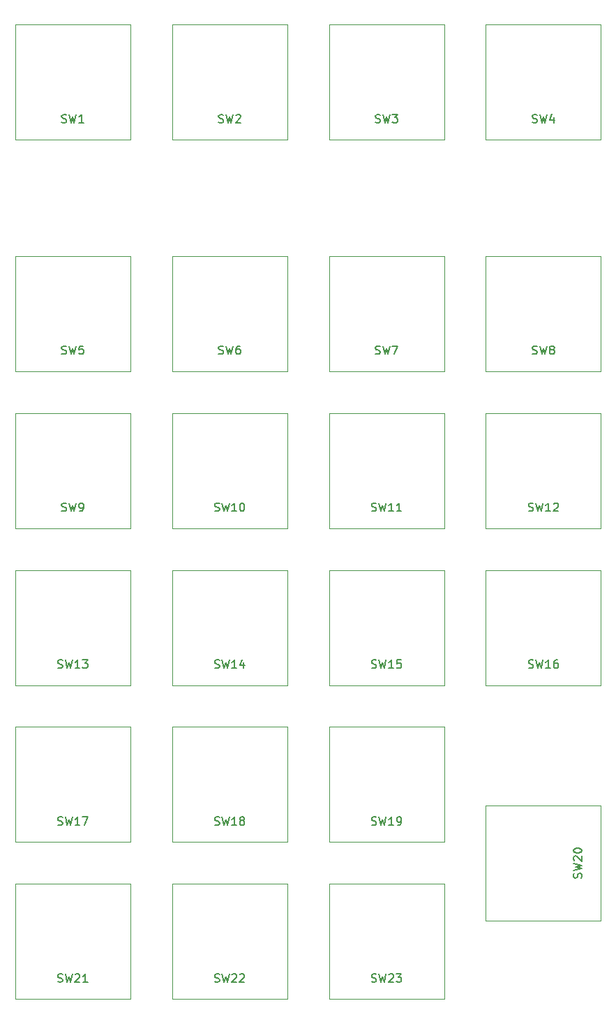
<source format=gbr>
%TF.GenerationSoftware,KiCad,Pcbnew,7.0.2*%
%TF.CreationDate,2023-09-28T02:32:06+09:00*%
%TF.ProjectId,HT-Keys-TK_PCB,48542d4b-6579-4732-9d54-4b5f5043422e,rev?*%
%TF.SameCoordinates,Original*%
%TF.FileFunction,Legend,Top*%
%TF.FilePolarity,Positive*%
%FSLAX46Y46*%
G04 Gerber Fmt 4.6, Leading zero omitted, Abs format (unit mm)*
G04 Created by KiCad (PCBNEW 7.0.2) date 2023-09-28 02:32:06*
%MOMM*%
%LPD*%
G01*
G04 APERTURE LIST*
%ADD10C,0.150000*%
%ADD11C,0.120000*%
G04 APERTURE END LIST*
D10*
%TO.C,SW13*%
X78160476Y-140695000D02*
X78303333Y-140742619D01*
X78303333Y-140742619D02*
X78541428Y-140742619D01*
X78541428Y-140742619D02*
X78636666Y-140695000D01*
X78636666Y-140695000D02*
X78684285Y-140647380D01*
X78684285Y-140647380D02*
X78731904Y-140552142D01*
X78731904Y-140552142D02*
X78731904Y-140456904D01*
X78731904Y-140456904D02*
X78684285Y-140361666D01*
X78684285Y-140361666D02*
X78636666Y-140314047D01*
X78636666Y-140314047D02*
X78541428Y-140266428D01*
X78541428Y-140266428D02*
X78350952Y-140218809D01*
X78350952Y-140218809D02*
X78255714Y-140171190D01*
X78255714Y-140171190D02*
X78208095Y-140123571D01*
X78208095Y-140123571D02*
X78160476Y-140028333D01*
X78160476Y-140028333D02*
X78160476Y-139933095D01*
X78160476Y-139933095D02*
X78208095Y-139837857D01*
X78208095Y-139837857D02*
X78255714Y-139790238D01*
X78255714Y-139790238D02*
X78350952Y-139742619D01*
X78350952Y-139742619D02*
X78589047Y-139742619D01*
X78589047Y-139742619D02*
X78731904Y-139790238D01*
X79065238Y-139742619D02*
X79303333Y-140742619D01*
X79303333Y-140742619D02*
X79493809Y-140028333D01*
X79493809Y-140028333D02*
X79684285Y-140742619D01*
X79684285Y-140742619D02*
X79922381Y-139742619D01*
X80827142Y-140742619D02*
X80255714Y-140742619D01*
X80541428Y-140742619D02*
X80541428Y-139742619D01*
X80541428Y-139742619D02*
X80446190Y-139885476D01*
X80446190Y-139885476D02*
X80350952Y-139980714D01*
X80350952Y-139980714D02*
X80255714Y-140028333D01*
X81160476Y-139742619D02*
X81779523Y-139742619D01*
X81779523Y-139742619D02*
X81446190Y-140123571D01*
X81446190Y-140123571D02*
X81589047Y-140123571D01*
X81589047Y-140123571D02*
X81684285Y-140171190D01*
X81684285Y-140171190D02*
X81731904Y-140218809D01*
X81731904Y-140218809D02*
X81779523Y-140314047D01*
X81779523Y-140314047D02*
X81779523Y-140552142D01*
X81779523Y-140552142D02*
X81731904Y-140647380D01*
X81731904Y-140647380D02*
X81684285Y-140695000D01*
X81684285Y-140695000D02*
X81589047Y-140742619D01*
X81589047Y-140742619D02*
X81303333Y-140742619D01*
X81303333Y-140742619D02*
X81208095Y-140695000D01*
X81208095Y-140695000D02*
X81160476Y-140647380D01*
%TO.C,SW8*%
X135756667Y-102615000D02*
X135899524Y-102662619D01*
X135899524Y-102662619D02*
X136137619Y-102662619D01*
X136137619Y-102662619D02*
X136232857Y-102615000D01*
X136232857Y-102615000D02*
X136280476Y-102567380D01*
X136280476Y-102567380D02*
X136328095Y-102472142D01*
X136328095Y-102472142D02*
X136328095Y-102376904D01*
X136328095Y-102376904D02*
X136280476Y-102281666D01*
X136280476Y-102281666D02*
X136232857Y-102234047D01*
X136232857Y-102234047D02*
X136137619Y-102186428D01*
X136137619Y-102186428D02*
X135947143Y-102138809D01*
X135947143Y-102138809D02*
X135851905Y-102091190D01*
X135851905Y-102091190D02*
X135804286Y-102043571D01*
X135804286Y-102043571D02*
X135756667Y-101948333D01*
X135756667Y-101948333D02*
X135756667Y-101853095D01*
X135756667Y-101853095D02*
X135804286Y-101757857D01*
X135804286Y-101757857D02*
X135851905Y-101710238D01*
X135851905Y-101710238D02*
X135947143Y-101662619D01*
X135947143Y-101662619D02*
X136185238Y-101662619D01*
X136185238Y-101662619D02*
X136328095Y-101710238D01*
X136661429Y-101662619D02*
X136899524Y-102662619D01*
X136899524Y-102662619D02*
X137090000Y-101948333D01*
X137090000Y-101948333D02*
X137280476Y-102662619D01*
X137280476Y-102662619D02*
X137518572Y-101662619D01*
X138042381Y-102091190D02*
X137947143Y-102043571D01*
X137947143Y-102043571D02*
X137899524Y-101995952D01*
X137899524Y-101995952D02*
X137851905Y-101900714D01*
X137851905Y-101900714D02*
X137851905Y-101853095D01*
X137851905Y-101853095D02*
X137899524Y-101757857D01*
X137899524Y-101757857D02*
X137947143Y-101710238D01*
X137947143Y-101710238D02*
X138042381Y-101662619D01*
X138042381Y-101662619D02*
X138232857Y-101662619D01*
X138232857Y-101662619D02*
X138328095Y-101710238D01*
X138328095Y-101710238D02*
X138375714Y-101757857D01*
X138375714Y-101757857D02*
X138423333Y-101853095D01*
X138423333Y-101853095D02*
X138423333Y-101900714D01*
X138423333Y-101900714D02*
X138375714Y-101995952D01*
X138375714Y-101995952D02*
X138328095Y-102043571D01*
X138328095Y-102043571D02*
X138232857Y-102091190D01*
X138232857Y-102091190D02*
X138042381Y-102091190D01*
X138042381Y-102091190D02*
X137947143Y-102138809D01*
X137947143Y-102138809D02*
X137899524Y-102186428D01*
X137899524Y-102186428D02*
X137851905Y-102281666D01*
X137851905Y-102281666D02*
X137851905Y-102472142D01*
X137851905Y-102472142D02*
X137899524Y-102567380D01*
X137899524Y-102567380D02*
X137947143Y-102615000D01*
X137947143Y-102615000D02*
X138042381Y-102662619D01*
X138042381Y-102662619D02*
X138232857Y-102662619D01*
X138232857Y-102662619D02*
X138328095Y-102615000D01*
X138328095Y-102615000D02*
X138375714Y-102567380D01*
X138375714Y-102567380D02*
X138423333Y-102472142D01*
X138423333Y-102472142D02*
X138423333Y-102281666D01*
X138423333Y-102281666D02*
X138375714Y-102186428D01*
X138375714Y-102186428D02*
X138328095Y-102138809D01*
X138328095Y-102138809D02*
X138232857Y-102091190D01*
%TO.C,SW17*%
X78160476Y-159735000D02*
X78303333Y-159782619D01*
X78303333Y-159782619D02*
X78541428Y-159782619D01*
X78541428Y-159782619D02*
X78636666Y-159735000D01*
X78636666Y-159735000D02*
X78684285Y-159687380D01*
X78684285Y-159687380D02*
X78731904Y-159592142D01*
X78731904Y-159592142D02*
X78731904Y-159496904D01*
X78731904Y-159496904D02*
X78684285Y-159401666D01*
X78684285Y-159401666D02*
X78636666Y-159354047D01*
X78636666Y-159354047D02*
X78541428Y-159306428D01*
X78541428Y-159306428D02*
X78350952Y-159258809D01*
X78350952Y-159258809D02*
X78255714Y-159211190D01*
X78255714Y-159211190D02*
X78208095Y-159163571D01*
X78208095Y-159163571D02*
X78160476Y-159068333D01*
X78160476Y-159068333D02*
X78160476Y-158973095D01*
X78160476Y-158973095D02*
X78208095Y-158877857D01*
X78208095Y-158877857D02*
X78255714Y-158830238D01*
X78255714Y-158830238D02*
X78350952Y-158782619D01*
X78350952Y-158782619D02*
X78589047Y-158782619D01*
X78589047Y-158782619D02*
X78731904Y-158830238D01*
X79065238Y-158782619D02*
X79303333Y-159782619D01*
X79303333Y-159782619D02*
X79493809Y-159068333D01*
X79493809Y-159068333D02*
X79684285Y-159782619D01*
X79684285Y-159782619D02*
X79922381Y-158782619D01*
X80827142Y-159782619D02*
X80255714Y-159782619D01*
X80541428Y-159782619D02*
X80541428Y-158782619D01*
X80541428Y-158782619D02*
X80446190Y-158925476D01*
X80446190Y-158925476D02*
X80350952Y-159020714D01*
X80350952Y-159020714D02*
X80255714Y-159068333D01*
X81160476Y-158782619D02*
X81827142Y-158782619D01*
X81827142Y-158782619D02*
X81398571Y-159782619D01*
%TO.C,SW2*%
X97676667Y-74535000D02*
X97819524Y-74582619D01*
X97819524Y-74582619D02*
X98057619Y-74582619D01*
X98057619Y-74582619D02*
X98152857Y-74535000D01*
X98152857Y-74535000D02*
X98200476Y-74487380D01*
X98200476Y-74487380D02*
X98248095Y-74392142D01*
X98248095Y-74392142D02*
X98248095Y-74296904D01*
X98248095Y-74296904D02*
X98200476Y-74201666D01*
X98200476Y-74201666D02*
X98152857Y-74154047D01*
X98152857Y-74154047D02*
X98057619Y-74106428D01*
X98057619Y-74106428D02*
X97867143Y-74058809D01*
X97867143Y-74058809D02*
X97771905Y-74011190D01*
X97771905Y-74011190D02*
X97724286Y-73963571D01*
X97724286Y-73963571D02*
X97676667Y-73868333D01*
X97676667Y-73868333D02*
X97676667Y-73773095D01*
X97676667Y-73773095D02*
X97724286Y-73677857D01*
X97724286Y-73677857D02*
X97771905Y-73630238D01*
X97771905Y-73630238D02*
X97867143Y-73582619D01*
X97867143Y-73582619D02*
X98105238Y-73582619D01*
X98105238Y-73582619D02*
X98248095Y-73630238D01*
X98581429Y-73582619D02*
X98819524Y-74582619D01*
X98819524Y-74582619D02*
X99010000Y-73868333D01*
X99010000Y-73868333D02*
X99200476Y-74582619D01*
X99200476Y-74582619D02*
X99438572Y-73582619D01*
X99771905Y-73677857D02*
X99819524Y-73630238D01*
X99819524Y-73630238D02*
X99914762Y-73582619D01*
X99914762Y-73582619D02*
X100152857Y-73582619D01*
X100152857Y-73582619D02*
X100248095Y-73630238D01*
X100248095Y-73630238D02*
X100295714Y-73677857D01*
X100295714Y-73677857D02*
X100343333Y-73773095D01*
X100343333Y-73773095D02*
X100343333Y-73868333D01*
X100343333Y-73868333D02*
X100295714Y-74011190D01*
X100295714Y-74011190D02*
X99724286Y-74582619D01*
X99724286Y-74582619D02*
X100343333Y-74582619D01*
%TO.C,SW22*%
X97200476Y-178775000D02*
X97343333Y-178822619D01*
X97343333Y-178822619D02*
X97581428Y-178822619D01*
X97581428Y-178822619D02*
X97676666Y-178775000D01*
X97676666Y-178775000D02*
X97724285Y-178727380D01*
X97724285Y-178727380D02*
X97771904Y-178632142D01*
X97771904Y-178632142D02*
X97771904Y-178536904D01*
X97771904Y-178536904D02*
X97724285Y-178441666D01*
X97724285Y-178441666D02*
X97676666Y-178394047D01*
X97676666Y-178394047D02*
X97581428Y-178346428D01*
X97581428Y-178346428D02*
X97390952Y-178298809D01*
X97390952Y-178298809D02*
X97295714Y-178251190D01*
X97295714Y-178251190D02*
X97248095Y-178203571D01*
X97248095Y-178203571D02*
X97200476Y-178108333D01*
X97200476Y-178108333D02*
X97200476Y-178013095D01*
X97200476Y-178013095D02*
X97248095Y-177917857D01*
X97248095Y-177917857D02*
X97295714Y-177870238D01*
X97295714Y-177870238D02*
X97390952Y-177822619D01*
X97390952Y-177822619D02*
X97629047Y-177822619D01*
X97629047Y-177822619D02*
X97771904Y-177870238D01*
X98105238Y-177822619D02*
X98343333Y-178822619D01*
X98343333Y-178822619D02*
X98533809Y-178108333D01*
X98533809Y-178108333D02*
X98724285Y-178822619D01*
X98724285Y-178822619D02*
X98962381Y-177822619D01*
X99295714Y-177917857D02*
X99343333Y-177870238D01*
X99343333Y-177870238D02*
X99438571Y-177822619D01*
X99438571Y-177822619D02*
X99676666Y-177822619D01*
X99676666Y-177822619D02*
X99771904Y-177870238D01*
X99771904Y-177870238D02*
X99819523Y-177917857D01*
X99819523Y-177917857D02*
X99867142Y-178013095D01*
X99867142Y-178013095D02*
X99867142Y-178108333D01*
X99867142Y-178108333D02*
X99819523Y-178251190D01*
X99819523Y-178251190D02*
X99248095Y-178822619D01*
X99248095Y-178822619D02*
X99867142Y-178822619D01*
X100248095Y-177917857D02*
X100295714Y-177870238D01*
X100295714Y-177870238D02*
X100390952Y-177822619D01*
X100390952Y-177822619D02*
X100629047Y-177822619D01*
X100629047Y-177822619D02*
X100724285Y-177870238D01*
X100724285Y-177870238D02*
X100771904Y-177917857D01*
X100771904Y-177917857D02*
X100819523Y-178013095D01*
X100819523Y-178013095D02*
X100819523Y-178108333D01*
X100819523Y-178108333D02*
X100771904Y-178251190D01*
X100771904Y-178251190D02*
X100200476Y-178822619D01*
X100200476Y-178822619D02*
X100819523Y-178822619D01*
%TO.C,SW4*%
X135756667Y-74535000D02*
X135899524Y-74582619D01*
X135899524Y-74582619D02*
X136137619Y-74582619D01*
X136137619Y-74582619D02*
X136232857Y-74535000D01*
X136232857Y-74535000D02*
X136280476Y-74487380D01*
X136280476Y-74487380D02*
X136328095Y-74392142D01*
X136328095Y-74392142D02*
X136328095Y-74296904D01*
X136328095Y-74296904D02*
X136280476Y-74201666D01*
X136280476Y-74201666D02*
X136232857Y-74154047D01*
X136232857Y-74154047D02*
X136137619Y-74106428D01*
X136137619Y-74106428D02*
X135947143Y-74058809D01*
X135947143Y-74058809D02*
X135851905Y-74011190D01*
X135851905Y-74011190D02*
X135804286Y-73963571D01*
X135804286Y-73963571D02*
X135756667Y-73868333D01*
X135756667Y-73868333D02*
X135756667Y-73773095D01*
X135756667Y-73773095D02*
X135804286Y-73677857D01*
X135804286Y-73677857D02*
X135851905Y-73630238D01*
X135851905Y-73630238D02*
X135947143Y-73582619D01*
X135947143Y-73582619D02*
X136185238Y-73582619D01*
X136185238Y-73582619D02*
X136328095Y-73630238D01*
X136661429Y-73582619D02*
X136899524Y-74582619D01*
X136899524Y-74582619D02*
X137090000Y-73868333D01*
X137090000Y-73868333D02*
X137280476Y-74582619D01*
X137280476Y-74582619D02*
X137518572Y-73582619D01*
X138328095Y-73915952D02*
X138328095Y-74582619D01*
X138090000Y-73535000D02*
X137851905Y-74249285D01*
X137851905Y-74249285D02*
X138470952Y-74249285D01*
%TO.C,SW3*%
X116716667Y-74535000D02*
X116859524Y-74582619D01*
X116859524Y-74582619D02*
X117097619Y-74582619D01*
X117097619Y-74582619D02*
X117192857Y-74535000D01*
X117192857Y-74535000D02*
X117240476Y-74487380D01*
X117240476Y-74487380D02*
X117288095Y-74392142D01*
X117288095Y-74392142D02*
X117288095Y-74296904D01*
X117288095Y-74296904D02*
X117240476Y-74201666D01*
X117240476Y-74201666D02*
X117192857Y-74154047D01*
X117192857Y-74154047D02*
X117097619Y-74106428D01*
X117097619Y-74106428D02*
X116907143Y-74058809D01*
X116907143Y-74058809D02*
X116811905Y-74011190D01*
X116811905Y-74011190D02*
X116764286Y-73963571D01*
X116764286Y-73963571D02*
X116716667Y-73868333D01*
X116716667Y-73868333D02*
X116716667Y-73773095D01*
X116716667Y-73773095D02*
X116764286Y-73677857D01*
X116764286Y-73677857D02*
X116811905Y-73630238D01*
X116811905Y-73630238D02*
X116907143Y-73582619D01*
X116907143Y-73582619D02*
X117145238Y-73582619D01*
X117145238Y-73582619D02*
X117288095Y-73630238D01*
X117621429Y-73582619D02*
X117859524Y-74582619D01*
X117859524Y-74582619D02*
X118050000Y-73868333D01*
X118050000Y-73868333D02*
X118240476Y-74582619D01*
X118240476Y-74582619D02*
X118478572Y-73582619D01*
X118764286Y-73582619D02*
X119383333Y-73582619D01*
X119383333Y-73582619D02*
X119050000Y-73963571D01*
X119050000Y-73963571D02*
X119192857Y-73963571D01*
X119192857Y-73963571D02*
X119288095Y-74011190D01*
X119288095Y-74011190D02*
X119335714Y-74058809D01*
X119335714Y-74058809D02*
X119383333Y-74154047D01*
X119383333Y-74154047D02*
X119383333Y-74392142D01*
X119383333Y-74392142D02*
X119335714Y-74487380D01*
X119335714Y-74487380D02*
X119288095Y-74535000D01*
X119288095Y-74535000D02*
X119192857Y-74582619D01*
X119192857Y-74582619D02*
X118907143Y-74582619D01*
X118907143Y-74582619D02*
X118811905Y-74535000D01*
X118811905Y-74535000D02*
X118764286Y-74487380D01*
%TO.C,SW10*%
X97200476Y-121655000D02*
X97343333Y-121702619D01*
X97343333Y-121702619D02*
X97581428Y-121702619D01*
X97581428Y-121702619D02*
X97676666Y-121655000D01*
X97676666Y-121655000D02*
X97724285Y-121607380D01*
X97724285Y-121607380D02*
X97771904Y-121512142D01*
X97771904Y-121512142D02*
X97771904Y-121416904D01*
X97771904Y-121416904D02*
X97724285Y-121321666D01*
X97724285Y-121321666D02*
X97676666Y-121274047D01*
X97676666Y-121274047D02*
X97581428Y-121226428D01*
X97581428Y-121226428D02*
X97390952Y-121178809D01*
X97390952Y-121178809D02*
X97295714Y-121131190D01*
X97295714Y-121131190D02*
X97248095Y-121083571D01*
X97248095Y-121083571D02*
X97200476Y-120988333D01*
X97200476Y-120988333D02*
X97200476Y-120893095D01*
X97200476Y-120893095D02*
X97248095Y-120797857D01*
X97248095Y-120797857D02*
X97295714Y-120750238D01*
X97295714Y-120750238D02*
X97390952Y-120702619D01*
X97390952Y-120702619D02*
X97629047Y-120702619D01*
X97629047Y-120702619D02*
X97771904Y-120750238D01*
X98105238Y-120702619D02*
X98343333Y-121702619D01*
X98343333Y-121702619D02*
X98533809Y-120988333D01*
X98533809Y-120988333D02*
X98724285Y-121702619D01*
X98724285Y-121702619D02*
X98962381Y-120702619D01*
X99867142Y-121702619D02*
X99295714Y-121702619D01*
X99581428Y-121702619D02*
X99581428Y-120702619D01*
X99581428Y-120702619D02*
X99486190Y-120845476D01*
X99486190Y-120845476D02*
X99390952Y-120940714D01*
X99390952Y-120940714D02*
X99295714Y-120988333D01*
X100486190Y-120702619D02*
X100581428Y-120702619D01*
X100581428Y-120702619D02*
X100676666Y-120750238D01*
X100676666Y-120750238D02*
X100724285Y-120797857D01*
X100724285Y-120797857D02*
X100771904Y-120893095D01*
X100771904Y-120893095D02*
X100819523Y-121083571D01*
X100819523Y-121083571D02*
X100819523Y-121321666D01*
X100819523Y-121321666D02*
X100771904Y-121512142D01*
X100771904Y-121512142D02*
X100724285Y-121607380D01*
X100724285Y-121607380D02*
X100676666Y-121655000D01*
X100676666Y-121655000D02*
X100581428Y-121702619D01*
X100581428Y-121702619D02*
X100486190Y-121702619D01*
X100486190Y-121702619D02*
X100390952Y-121655000D01*
X100390952Y-121655000D02*
X100343333Y-121607380D01*
X100343333Y-121607380D02*
X100295714Y-121512142D01*
X100295714Y-121512142D02*
X100248095Y-121321666D01*
X100248095Y-121321666D02*
X100248095Y-121083571D01*
X100248095Y-121083571D02*
X100295714Y-120893095D01*
X100295714Y-120893095D02*
X100343333Y-120797857D01*
X100343333Y-120797857D02*
X100390952Y-120750238D01*
X100390952Y-120750238D02*
X100486190Y-120702619D01*
%TO.C,SW16*%
X135280476Y-140695000D02*
X135423333Y-140742619D01*
X135423333Y-140742619D02*
X135661428Y-140742619D01*
X135661428Y-140742619D02*
X135756666Y-140695000D01*
X135756666Y-140695000D02*
X135804285Y-140647380D01*
X135804285Y-140647380D02*
X135851904Y-140552142D01*
X135851904Y-140552142D02*
X135851904Y-140456904D01*
X135851904Y-140456904D02*
X135804285Y-140361666D01*
X135804285Y-140361666D02*
X135756666Y-140314047D01*
X135756666Y-140314047D02*
X135661428Y-140266428D01*
X135661428Y-140266428D02*
X135470952Y-140218809D01*
X135470952Y-140218809D02*
X135375714Y-140171190D01*
X135375714Y-140171190D02*
X135328095Y-140123571D01*
X135328095Y-140123571D02*
X135280476Y-140028333D01*
X135280476Y-140028333D02*
X135280476Y-139933095D01*
X135280476Y-139933095D02*
X135328095Y-139837857D01*
X135328095Y-139837857D02*
X135375714Y-139790238D01*
X135375714Y-139790238D02*
X135470952Y-139742619D01*
X135470952Y-139742619D02*
X135709047Y-139742619D01*
X135709047Y-139742619D02*
X135851904Y-139790238D01*
X136185238Y-139742619D02*
X136423333Y-140742619D01*
X136423333Y-140742619D02*
X136613809Y-140028333D01*
X136613809Y-140028333D02*
X136804285Y-140742619D01*
X136804285Y-140742619D02*
X137042381Y-139742619D01*
X137947142Y-140742619D02*
X137375714Y-140742619D01*
X137661428Y-140742619D02*
X137661428Y-139742619D01*
X137661428Y-139742619D02*
X137566190Y-139885476D01*
X137566190Y-139885476D02*
X137470952Y-139980714D01*
X137470952Y-139980714D02*
X137375714Y-140028333D01*
X138804285Y-139742619D02*
X138613809Y-139742619D01*
X138613809Y-139742619D02*
X138518571Y-139790238D01*
X138518571Y-139790238D02*
X138470952Y-139837857D01*
X138470952Y-139837857D02*
X138375714Y-139980714D01*
X138375714Y-139980714D02*
X138328095Y-140171190D01*
X138328095Y-140171190D02*
X138328095Y-140552142D01*
X138328095Y-140552142D02*
X138375714Y-140647380D01*
X138375714Y-140647380D02*
X138423333Y-140695000D01*
X138423333Y-140695000D02*
X138518571Y-140742619D01*
X138518571Y-140742619D02*
X138709047Y-140742619D01*
X138709047Y-140742619D02*
X138804285Y-140695000D01*
X138804285Y-140695000D02*
X138851904Y-140647380D01*
X138851904Y-140647380D02*
X138899523Y-140552142D01*
X138899523Y-140552142D02*
X138899523Y-140314047D01*
X138899523Y-140314047D02*
X138851904Y-140218809D01*
X138851904Y-140218809D02*
X138804285Y-140171190D01*
X138804285Y-140171190D02*
X138709047Y-140123571D01*
X138709047Y-140123571D02*
X138518571Y-140123571D01*
X138518571Y-140123571D02*
X138423333Y-140171190D01*
X138423333Y-140171190D02*
X138375714Y-140218809D01*
X138375714Y-140218809D02*
X138328095Y-140314047D01*
%TO.C,SW6*%
X97676667Y-102615000D02*
X97819524Y-102662619D01*
X97819524Y-102662619D02*
X98057619Y-102662619D01*
X98057619Y-102662619D02*
X98152857Y-102615000D01*
X98152857Y-102615000D02*
X98200476Y-102567380D01*
X98200476Y-102567380D02*
X98248095Y-102472142D01*
X98248095Y-102472142D02*
X98248095Y-102376904D01*
X98248095Y-102376904D02*
X98200476Y-102281666D01*
X98200476Y-102281666D02*
X98152857Y-102234047D01*
X98152857Y-102234047D02*
X98057619Y-102186428D01*
X98057619Y-102186428D02*
X97867143Y-102138809D01*
X97867143Y-102138809D02*
X97771905Y-102091190D01*
X97771905Y-102091190D02*
X97724286Y-102043571D01*
X97724286Y-102043571D02*
X97676667Y-101948333D01*
X97676667Y-101948333D02*
X97676667Y-101853095D01*
X97676667Y-101853095D02*
X97724286Y-101757857D01*
X97724286Y-101757857D02*
X97771905Y-101710238D01*
X97771905Y-101710238D02*
X97867143Y-101662619D01*
X97867143Y-101662619D02*
X98105238Y-101662619D01*
X98105238Y-101662619D02*
X98248095Y-101710238D01*
X98581429Y-101662619D02*
X98819524Y-102662619D01*
X98819524Y-102662619D02*
X99010000Y-101948333D01*
X99010000Y-101948333D02*
X99200476Y-102662619D01*
X99200476Y-102662619D02*
X99438572Y-101662619D01*
X100248095Y-101662619D02*
X100057619Y-101662619D01*
X100057619Y-101662619D02*
X99962381Y-101710238D01*
X99962381Y-101710238D02*
X99914762Y-101757857D01*
X99914762Y-101757857D02*
X99819524Y-101900714D01*
X99819524Y-101900714D02*
X99771905Y-102091190D01*
X99771905Y-102091190D02*
X99771905Y-102472142D01*
X99771905Y-102472142D02*
X99819524Y-102567380D01*
X99819524Y-102567380D02*
X99867143Y-102615000D01*
X99867143Y-102615000D02*
X99962381Y-102662619D01*
X99962381Y-102662619D02*
X100152857Y-102662619D01*
X100152857Y-102662619D02*
X100248095Y-102615000D01*
X100248095Y-102615000D02*
X100295714Y-102567380D01*
X100295714Y-102567380D02*
X100343333Y-102472142D01*
X100343333Y-102472142D02*
X100343333Y-102234047D01*
X100343333Y-102234047D02*
X100295714Y-102138809D01*
X100295714Y-102138809D02*
X100248095Y-102091190D01*
X100248095Y-102091190D02*
X100152857Y-102043571D01*
X100152857Y-102043571D02*
X99962381Y-102043571D01*
X99962381Y-102043571D02*
X99867143Y-102091190D01*
X99867143Y-102091190D02*
X99819524Y-102138809D01*
X99819524Y-102138809D02*
X99771905Y-102234047D01*
%TO.C,SW19*%
X116240476Y-159735000D02*
X116383333Y-159782619D01*
X116383333Y-159782619D02*
X116621428Y-159782619D01*
X116621428Y-159782619D02*
X116716666Y-159735000D01*
X116716666Y-159735000D02*
X116764285Y-159687380D01*
X116764285Y-159687380D02*
X116811904Y-159592142D01*
X116811904Y-159592142D02*
X116811904Y-159496904D01*
X116811904Y-159496904D02*
X116764285Y-159401666D01*
X116764285Y-159401666D02*
X116716666Y-159354047D01*
X116716666Y-159354047D02*
X116621428Y-159306428D01*
X116621428Y-159306428D02*
X116430952Y-159258809D01*
X116430952Y-159258809D02*
X116335714Y-159211190D01*
X116335714Y-159211190D02*
X116288095Y-159163571D01*
X116288095Y-159163571D02*
X116240476Y-159068333D01*
X116240476Y-159068333D02*
X116240476Y-158973095D01*
X116240476Y-158973095D02*
X116288095Y-158877857D01*
X116288095Y-158877857D02*
X116335714Y-158830238D01*
X116335714Y-158830238D02*
X116430952Y-158782619D01*
X116430952Y-158782619D02*
X116669047Y-158782619D01*
X116669047Y-158782619D02*
X116811904Y-158830238D01*
X117145238Y-158782619D02*
X117383333Y-159782619D01*
X117383333Y-159782619D02*
X117573809Y-159068333D01*
X117573809Y-159068333D02*
X117764285Y-159782619D01*
X117764285Y-159782619D02*
X118002381Y-158782619D01*
X118907142Y-159782619D02*
X118335714Y-159782619D01*
X118621428Y-159782619D02*
X118621428Y-158782619D01*
X118621428Y-158782619D02*
X118526190Y-158925476D01*
X118526190Y-158925476D02*
X118430952Y-159020714D01*
X118430952Y-159020714D02*
X118335714Y-159068333D01*
X119383333Y-159782619D02*
X119573809Y-159782619D01*
X119573809Y-159782619D02*
X119669047Y-159735000D01*
X119669047Y-159735000D02*
X119716666Y-159687380D01*
X119716666Y-159687380D02*
X119811904Y-159544523D01*
X119811904Y-159544523D02*
X119859523Y-159354047D01*
X119859523Y-159354047D02*
X119859523Y-158973095D01*
X119859523Y-158973095D02*
X119811904Y-158877857D01*
X119811904Y-158877857D02*
X119764285Y-158830238D01*
X119764285Y-158830238D02*
X119669047Y-158782619D01*
X119669047Y-158782619D02*
X119478571Y-158782619D01*
X119478571Y-158782619D02*
X119383333Y-158830238D01*
X119383333Y-158830238D02*
X119335714Y-158877857D01*
X119335714Y-158877857D02*
X119288095Y-158973095D01*
X119288095Y-158973095D02*
X119288095Y-159211190D01*
X119288095Y-159211190D02*
X119335714Y-159306428D01*
X119335714Y-159306428D02*
X119383333Y-159354047D01*
X119383333Y-159354047D02*
X119478571Y-159401666D01*
X119478571Y-159401666D02*
X119669047Y-159401666D01*
X119669047Y-159401666D02*
X119764285Y-159354047D01*
X119764285Y-159354047D02*
X119811904Y-159306428D01*
X119811904Y-159306428D02*
X119859523Y-159211190D01*
%TO.C,SW15*%
X116240476Y-140695000D02*
X116383333Y-140742619D01*
X116383333Y-140742619D02*
X116621428Y-140742619D01*
X116621428Y-140742619D02*
X116716666Y-140695000D01*
X116716666Y-140695000D02*
X116764285Y-140647380D01*
X116764285Y-140647380D02*
X116811904Y-140552142D01*
X116811904Y-140552142D02*
X116811904Y-140456904D01*
X116811904Y-140456904D02*
X116764285Y-140361666D01*
X116764285Y-140361666D02*
X116716666Y-140314047D01*
X116716666Y-140314047D02*
X116621428Y-140266428D01*
X116621428Y-140266428D02*
X116430952Y-140218809D01*
X116430952Y-140218809D02*
X116335714Y-140171190D01*
X116335714Y-140171190D02*
X116288095Y-140123571D01*
X116288095Y-140123571D02*
X116240476Y-140028333D01*
X116240476Y-140028333D02*
X116240476Y-139933095D01*
X116240476Y-139933095D02*
X116288095Y-139837857D01*
X116288095Y-139837857D02*
X116335714Y-139790238D01*
X116335714Y-139790238D02*
X116430952Y-139742619D01*
X116430952Y-139742619D02*
X116669047Y-139742619D01*
X116669047Y-139742619D02*
X116811904Y-139790238D01*
X117145238Y-139742619D02*
X117383333Y-140742619D01*
X117383333Y-140742619D02*
X117573809Y-140028333D01*
X117573809Y-140028333D02*
X117764285Y-140742619D01*
X117764285Y-140742619D02*
X118002381Y-139742619D01*
X118907142Y-140742619D02*
X118335714Y-140742619D01*
X118621428Y-140742619D02*
X118621428Y-139742619D01*
X118621428Y-139742619D02*
X118526190Y-139885476D01*
X118526190Y-139885476D02*
X118430952Y-139980714D01*
X118430952Y-139980714D02*
X118335714Y-140028333D01*
X119811904Y-139742619D02*
X119335714Y-139742619D01*
X119335714Y-139742619D02*
X119288095Y-140218809D01*
X119288095Y-140218809D02*
X119335714Y-140171190D01*
X119335714Y-140171190D02*
X119430952Y-140123571D01*
X119430952Y-140123571D02*
X119669047Y-140123571D01*
X119669047Y-140123571D02*
X119764285Y-140171190D01*
X119764285Y-140171190D02*
X119811904Y-140218809D01*
X119811904Y-140218809D02*
X119859523Y-140314047D01*
X119859523Y-140314047D02*
X119859523Y-140552142D01*
X119859523Y-140552142D02*
X119811904Y-140647380D01*
X119811904Y-140647380D02*
X119764285Y-140695000D01*
X119764285Y-140695000D02*
X119669047Y-140742619D01*
X119669047Y-140742619D02*
X119430952Y-140742619D01*
X119430952Y-140742619D02*
X119335714Y-140695000D01*
X119335714Y-140695000D02*
X119288095Y-140647380D01*
%TO.C,SW7*%
X116716667Y-102615000D02*
X116859524Y-102662619D01*
X116859524Y-102662619D02*
X117097619Y-102662619D01*
X117097619Y-102662619D02*
X117192857Y-102615000D01*
X117192857Y-102615000D02*
X117240476Y-102567380D01*
X117240476Y-102567380D02*
X117288095Y-102472142D01*
X117288095Y-102472142D02*
X117288095Y-102376904D01*
X117288095Y-102376904D02*
X117240476Y-102281666D01*
X117240476Y-102281666D02*
X117192857Y-102234047D01*
X117192857Y-102234047D02*
X117097619Y-102186428D01*
X117097619Y-102186428D02*
X116907143Y-102138809D01*
X116907143Y-102138809D02*
X116811905Y-102091190D01*
X116811905Y-102091190D02*
X116764286Y-102043571D01*
X116764286Y-102043571D02*
X116716667Y-101948333D01*
X116716667Y-101948333D02*
X116716667Y-101853095D01*
X116716667Y-101853095D02*
X116764286Y-101757857D01*
X116764286Y-101757857D02*
X116811905Y-101710238D01*
X116811905Y-101710238D02*
X116907143Y-101662619D01*
X116907143Y-101662619D02*
X117145238Y-101662619D01*
X117145238Y-101662619D02*
X117288095Y-101710238D01*
X117621429Y-101662619D02*
X117859524Y-102662619D01*
X117859524Y-102662619D02*
X118050000Y-101948333D01*
X118050000Y-101948333D02*
X118240476Y-102662619D01*
X118240476Y-102662619D02*
X118478572Y-101662619D01*
X118764286Y-101662619D02*
X119430952Y-101662619D01*
X119430952Y-101662619D02*
X119002381Y-102662619D01*
%TO.C,SW18*%
X97200476Y-159735000D02*
X97343333Y-159782619D01*
X97343333Y-159782619D02*
X97581428Y-159782619D01*
X97581428Y-159782619D02*
X97676666Y-159735000D01*
X97676666Y-159735000D02*
X97724285Y-159687380D01*
X97724285Y-159687380D02*
X97771904Y-159592142D01*
X97771904Y-159592142D02*
X97771904Y-159496904D01*
X97771904Y-159496904D02*
X97724285Y-159401666D01*
X97724285Y-159401666D02*
X97676666Y-159354047D01*
X97676666Y-159354047D02*
X97581428Y-159306428D01*
X97581428Y-159306428D02*
X97390952Y-159258809D01*
X97390952Y-159258809D02*
X97295714Y-159211190D01*
X97295714Y-159211190D02*
X97248095Y-159163571D01*
X97248095Y-159163571D02*
X97200476Y-159068333D01*
X97200476Y-159068333D02*
X97200476Y-158973095D01*
X97200476Y-158973095D02*
X97248095Y-158877857D01*
X97248095Y-158877857D02*
X97295714Y-158830238D01*
X97295714Y-158830238D02*
X97390952Y-158782619D01*
X97390952Y-158782619D02*
X97629047Y-158782619D01*
X97629047Y-158782619D02*
X97771904Y-158830238D01*
X98105238Y-158782619D02*
X98343333Y-159782619D01*
X98343333Y-159782619D02*
X98533809Y-159068333D01*
X98533809Y-159068333D02*
X98724285Y-159782619D01*
X98724285Y-159782619D02*
X98962381Y-158782619D01*
X99867142Y-159782619D02*
X99295714Y-159782619D01*
X99581428Y-159782619D02*
X99581428Y-158782619D01*
X99581428Y-158782619D02*
X99486190Y-158925476D01*
X99486190Y-158925476D02*
X99390952Y-159020714D01*
X99390952Y-159020714D02*
X99295714Y-159068333D01*
X100438571Y-159211190D02*
X100343333Y-159163571D01*
X100343333Y-159163571D02*
X100295714Y-159115952D01*
X100295714Y-159115952D02*
X100248095Y-159020714D01*
X100248095Y-159020714D02*
X100248095Y-158973095D01*
X100248095Y-158973095D02*
X100295714Y-158877857D01*
X100295714Y-158877857D02*
X100343333Y-158830238D01*
X100343333Y-158830238D02*
X100438571Y-158782619D01*
X100438571Y-158782619D02*
X100629047Y-158782619D01*
X100629047Y-158782619D02*
X100724285Y-158830238D01*
X100724285Y-158830238D02*
X100771904Y-158877857D01*
X100771904Y-158877857D02*
X100819523Y-158973095D01*
X100819523Y-158973095D02*
X100819523Y-159020714D01*
X100819523Y-159020714D02*
X100771904Y-159115952D01*
X100771904Y-159115952D02*
X100724285Y-159163571D01*
X100724285Y-159163571D02*
X100629047Y-159211190D01*
X100629047Y-159211190D02*
X100438571Y-159211190D01*
X100438571Y-159211190D02*
X100343333Y-159258809D01*
X100343333Y-159258809D02*
X100295714Y-159306428D01*
X100295714Y-159306428D02*
X100248095Y-159401666D01*
X100248095Y-159401666D02*
X100248095Y-159592142D01*
X100248095Y-159592142D02*
X100295714Y-159687380D01*
X100295714Y-159687380D02*
X100343333Y-159735000D01*
X100343333Y-159735000D02*
X100438571Y-159782619D01*
X100438571Y-159782619D02*
X100629047Y-159782619D01*
X100629047Y-159782619D02*
X100724285Y-159735000D01*
X100724285Y-159735000D02*
X100771904Y-159687380D01*
X100771904Y-159687380D02*
X100819523Y-159592142D01*
X100819523Y-159592142D02*
X100819523Y-159401666D01*
X100819523Y-159401666D02*
X100771904Y-159306428D01*
X100771904Y-159306428D02*
X100724285Y-159258809D01*
X100724285Y-159258809D02*
X100629047Y-159211190D01*
%TO.C,SW14*%
X97200476Y-140695000D02*
X97343333Y-140742619D01*
X97343333Y-140742619D02*
X97581428Y-140742619D01*
X97581428Y-140742619D02*
X97676666Y-140695000D01*
X97676666Y-140695000D02*
X97724285Y-140647380D01*
X97724285Y-140647380D02*
X97771904Y-140552142D01*
X97771904Y-140552142D02*
X97771904Y-140456904D01*
X97771904Y-140456904D02*
X97724285Y-140361666D01*
X97724285Y-140361666D02*
X97676666Y-140314047D01*
X97676666Y-140314047D02*
X97581428Y-140266428D01*
X97581428Y-140266428D02*
X97390952Y-140218809D01*
X97390952Y-140218809D02*
X97295714Y-140171190D01*
X97295714Y-140171190D02*
X97248095Y-140123571D01*
X97248095Y-140123571D02*
X97200476Y-140028333D01*
X97200476Y-140028333D02*
X97200476Y-139933095D01*
X97200476Y-139933095D02*
X97248095Y-139837857D01*
X97248095Y-139837857D02*
X97295714Y-139790238D01*
X97295714Y-139790238D02*
X97390952Y-139742619D01*
X97390952Y-139742619D02*
X97629047Y-139742619D01*
X97629047Y-139742619D02*
X97771904Y-139790238D01*
X98105238Y-139742619D02*
X98343333Y-140742619D01*
X98343333Y-140742619D02*
X98533809Y-140028333D01*
X98533809Y-140028333D02*
X98724285Y-140742619D01*
X98724285Y-140742619D02*
X98962381Y-139742619D01*
X99867142Y-140742619D02*
X99295714Y-140742619D01*
X99581428Y-140742619D02*
X99581428Y-139742619D01*
X99581428Y-139742619D02*
X99486190Y-139885476D01*
X99486190Y-139885476D02*
X99390952Y-139980714D01*
X99390952Y-139980714D02*
X99295714Y-140028333D01*
X100724285Y-140075952D02*
X100724285Y-140742619D01*
X100486190Y-139695000D02*
X100248095Y-140409285D01*
X100248095Y-140409285D02*
X100867142Y-140409285D01*
%TO.C,SW20*%
X141695000Y-166189523D02*
X141742619Y-166046666D01*
X141742619Y-166046666D02*
X141742619Y-165808571D01*
X141742619Y-165808571D02*
X141695000Y-165713333D01*
X141695000Y-165713333D02*
X141647380Y-165665714D01*
X141647380Y-165665714D02*
X141552142Y-165618095D01*
X141552142Y-165618095D02*
X141456904Y-165618095D01*
X141456904Y-165618095D02*
X141361666Y-165665714D01*
X141361666Y-165665714D02*
X141314047Y-165713333D01*
X141314047Y-165713333D02*
X141266428Y-165808571D01*
X141266428Y-165808571D02*
X141218809Y-165999047D01*
X141218809Y-165999047D02*
X141171190Y-166094285D01*
X141171190Y-166094285D02*
X141123571Y-166141904D01*
X141123571Y-166141904D02*
X141028333Y-166189523D01*
X141028333Y-166189523D02*
X140933095Y-166189523D01*
X140933095Y-166189523D02*
X140837857Y-166141904D01*
X140837857Y-166141904D02*
X140790238Y-166094285D01*
X140790238Y-166094285D02*
X140742619Y-165999047D01*
X140742619Y-165999047D02*
X140742619Y-165760952D01*
X140742619Y-165760952D02*
X140790238Y-165618095D01*
X140742619Y-165284761D02*
X141742619Y-165046666D01*
X141742619Y-165046666D02*
X141028333Y-164856190D01*
X141028333Y-164856190D02*
X141742619Y-164665714D01*
X141742619Y-164665714D02*
X140742619Y-164427619D01*
X140837857Y-164094285D02*
X140790238Y-164046666D01*
X140790238Y-164046666D02*
X140742619Y-163951428D01*
X140742619Y-163951428D02*
X140742619Y-163713333D01*
X140742619Y-163713333D02*
X140790238Y-163618095D01*
X140790238Y-163618095D02*
X140837857Y-163570476D01*
X140837857Y-163570476D02*
X140933095Y-163522857D01*
X140933095Y-163522857D02*
X141028333Y-163522857D01*
X141028333Y-163522857D02*
X141171190Y-163570476D01*
X141171190Y-163570476D02*
X141742619Y-164141904D01*
X141742619Y-164141904D02*
X141742619Y-163522857D01*
X140742619Y-162903809D02*
X140742619Y-162808571D01*
X140742619Y-162808571D02*
X140790238Y-162713333D01*
X140790238Y-162713333D02*
X140837857Y-162665714D01*
X140837857Y-162665714D02*
X140933095Y-162618095D01*
X140933095Y-162618095D02*
X141123571Y-162570476D01*
X141123571Y-162570476D02*
X141361666Y-162570476D01*
X141361666Y-162570476D02*
X141552142Y-162618095D01*
X141552142Y-162618095D02*
X141647380Y-162665714D01*
X141647380Y-162665714D02*
X141695000Y-162713333D01*
X141695000Y-162713333D02*
X141742619Y-162808571D01*
X141742619Y-162808571D02*
X141742619Y-162903809D01*
X141742619Y-162903809D02*
X141695000Y-162999047D01*
X141695000Y-162999047D02*
X141647380Y-163046666D01*
X141647380Y-163046666D02*
X141552142Y-163094285D01*
X141552142Y-163094285D02*
X141361666Y-163141904D01*
X141361666Y-163141904D02*
X141123571Y-163141904D01*
X141123571Y-163141904D02*
X140933095Y-163094285D01*
X140933095Y-163094285D02*
X140837857Y-163046666D01*
X140837857Y-163046666D02*
X140790238Y-162999047D01*
X140790238Y-162999047D02*
X140742619Y-162903809D01*
%TO.C,SW11*%
X116240476Y-121655000D02*
X116383333Y-121702619D01*
X116383333Y-121702619D02*
X116621428Y-121702619D01*
X116621428Y-121702619D02*
X116716666Y-121655000D01*
X116716666Y-121655000D02*
X116764285Y-121607380D01*
X116764285Y-121607380D02*
X116811904Y-121512142D01*
X116811904Y-121512142D02*
X116811904Y-121416904D01*
X116811904Y-121416904D02*
X116764285Y-121321666D01*
X116764285Y-121321666D02*
X116716666Y-121274047D01*
X116716666Y-121274047D02*
X116621428Y-121226428D01*
X116621428Y-121226428D02*
X116430952Y-121178809D01*
X116430952Y-121178809D02*
X116335714Y-121131190D01*
X116335714Y-121131190D02*
X116288095Y-121083571D01*
X116288095Y-121083571D02*
X116240476Y-120988333D01*
X116240476Y-120988333D02*
X116240476Y-120893095D01*
X116240476Y-120893095D02*
X116288095Y-120797857D01*
X116288095Y-120797857D02*
X116335714Y-120750238D01*
X116335714Y-120750238D02*
X116430952Y-120702619D01*
X116430952Y-120702619D02*
X116669047Y-120702619D01*
X116669047Y-120702619D02*
X116811904Y-120750238D01*
X117145238Y-120702619D02*
X117383333Y-121702619D01*
X117383333Y-121702619D02*
X117573809Y-120988333D01*
X117573809Y-120988333D02*
X117764285Y-121702619D01*
X117764285Y-121702619D02*
X118002381Y-120702619D01*
X118907142Y-121702619D02*
X118335714Y-121702619D01*
X118621428Y-121702619D02*
X118621428Y-120702619D01*
X118621428Y-120702619D02*
X118526190Y-120845476D01*
X118526190Y-120845476D02*
X118430952Y-120940714D01*
X118430952Y-120940714D02*
X118335714Y-120988333D01*
X119859523Y-121702619D02*
X119288095Y-121702619D01*
X119573809Y-121702619D02*
X119573809Y-120702619D01*
X119573809Y-120702619D02*
X119478571Y-120845476D01*
X119478571Y-120845476D02*
X119383333Y-120940714D01*
X119383333Y-120940714D02*
X119288095Y-120988333D01*
%TO.C,SW1*%
X78636667Y-74535000D02*
X78779524Y-74582619D01*
X78779524Y-74582619D02*
X79017619Y-74582619D01*
X79017619Y-74582619D02*
X79112857Y-74535000D01*
X79112857Y-74535000D02*
X79160476Y-74487380D01*
X79160476Y-74487380D02*
X79208095Y-74392142D01*
X79208095Y-74392142D02*
X79208095Y-74296904D01*
X79208095Y-74296904D02*
X79160476Y-74201666D01*
X79160476Y-74201666D02*
X79112857Y-74154047D01*
X79112857Y-74154047D02*
X79017619Y-74106428D01*
X79017619Y-74106428D02*
X78827143Y-74058809D01*
X78827143Y-74058809D02*
X78731905Y-74011190D01*
X78731905Y-74011190D02*
X78684286Y-73963571D01*
X78684286Y-73963571D02*
X78636667Y-73868333D01*
X78636667Y-73868333D02*
X78636667Y-73773095D01*
X78636667Y-73773095D02*
X78684286Y-73677857D01*
X78684286Y-73677857D02*
X78731905Y-73630238D01*
X78731905Y-73630238D02*
X78827143Y-73582619D01*
X78827143Y-73582619D02*
X79065238Y-73582619D01*
X79065238Y-73582619D02*
X79208095Y-73630238D01*
X79541429Y-73582619D02*
X79779524Y-74582619D01*
X79779524Y-74582619D02*
X79970000Y-73868333D01*
X79970000Y-73868333D02*
X80160476Y-74582619D01*
X80160476Y-74582619D02*
X80398572Y-73582619D01*
X81303333Y-74582619D02*
X80731905Y-74582619D01*
X81017619Y-74582619D02*
X81017619Y-73582619D01*
X81017619Y-73582619D02*
X80922381Y-73725476D01*
X80922381Y-73725476D02*
X80827143Y-73820714D01*
X80827143Y-73820714D02*
X80731905Y-73868333D01*
%TO.C,SW12*%
X135280476Y-121655000D02*
X135423333Y-121702619D01*
X135423333Y-121702619D02*
X135661428Y-121702619D01*
X135661428Y-121702619D02*
X135756666Y-121655000D01*
X135756666Y-121655000D02*
X135804285Y-121607380D01*
X135804285Y-121607380D02*
X135851904Y-121512142D01*
X135851904Y-121512142D02*
X135851904Y-121416904D01*
X135851904Y-121416904D02*
X135804285Y-121321666D01*
X135804285Y-121321666D02*
X135756666Y-121274047D01*
X135756666Y-121274047D02*
X135661428Y-121226428D01*
X135661428Y-121226428D02*
X135470952Y-121178809D01*
X135470952Y-121178809D02*
X135375714Y-121131190D01*
X135375714Y-121131190D02*
X135328095Y-121083571D01*
X135328095Y-121083571D02*
X135280476Y-120988333D01*
X135280476Y-120988333D02*
X135280476Y-120893095D01*
X135280476Y-120893095D02*
X135328095Y-120797857D01*
X135328095Y-120797857D02*
X135375714Y-120750238D01*
X135375714Y-120750238D02*
X135470952Y-120702619D01*
X135470952Y-120702619D02*
X135709047Y-120702619D01*
X135709047Y-120702619D02*
X135851904Y-120750238D01*
X136185238Y-120702619D02*
X136423333Y-121702619D01*
X136423333Y-121702619D02*
X136613809Y-120988333D01*
X136613809Y-120988333D02*
X136804285Y-121702619D01*
X136804285Y-121702619D02*
X137042381Y-120702619D01*
X137947142Y-121702619D02*
X137375714Y-121702619D01*
X137661428Y-121702619D02*
X137661428Y-120702619D01*
X137661428Y-120702619D02*
X137566190Y-120845476D01*
X137566190Y-120845476D02*
X137470952Y-120940714D01*
X137470952Y-120940714D02*
X137375714Y-120988333D01*
X138328095Y-120797857D02*
X138375714Y-120750238D01*
X138375714Y-120750238D02*
X138470952Y-120702619D01*
X138470952Y-120702619D02*
X138709047Y-120702619D01*
X138709047Y-120702619D02*
X138804285Y-120750238D01*
X138804285Y-120750238D02*
X138851904Y-120797857D01*
X138851904Y-120797857D02*
X138899523Y-120893095D01*
X138899523Y-120893095D02*
X138899523Y-120988333D01*
X138899523Y-120988333D02*
X138851904Y-121131190D01*
X138851904Y-121131190D02*
X138280476Y-121702619D01*
X138280476Y-121702619D02*
X138899523Y-121702619D01*
%TO.C,SW23*%
X116240476Y-178775000D02*
X116383333Y-178822619D01*
X116383333Y-178822619D02*
X116621428Y-178822619D01*
X116621428Y-178822619D02*
X116716666Y-178775000D01*
X116716666Y-178775000D02*
X116764285Y-178727380D01*
X116764285Y-178727380D02*
X116811904Y-178632142D01*
X116811904Y-178632142D02*
X116811904Y-178536904D01*
X116811904Y-178536904D02*
X116764285Y-178441666D01*
X116764285Y-178441666D02*
X116716666Y-178394047D01*
X116716666Y-178394047D02*
X116621428Y-178346428D01*
X116621428Y-178346428D02*
X116430952Y-178298809D01*
X116430952Y-178298809D02*
X116335714Y-178251190D01*
X116335714Y-178251190D02*
X116288095Y-178203571D01*
X116288095Y-178203571D02*
X116240476Y-178108333D01*
X116240476Y-178108333D02*
X116240476Y-178013095D01*
X116240476Y-178013095D02*
X116288095Y-177917857D01*
X116288095Y-177917857D02*
X116335714Y-177870238D01*
X116335714Y-177870238D02*
X116430952Y-177822619D01*
X116430952Y-177822619D02*
X116669047Y-177822619D01*
X116669047Y-177822619D02*
X116811904Y-177870238D01*
X117145238Y-177822619D02*
X117383333Y-178822619D01*
X117383333Y-178822619D02*
X117573809Y-178108333D01*
X117573809Y-178108333D02*
X117764285Y-178822619D01*
X117764285Y-178822619D02*
X118002381Y-177822619D01*
X118335714Y-177917857D02*
X118383333Y-177870238D01*
X118383333Y-177870238D02*
X118478571Y-177822619D01*
X118478571Y-177822619D02*
X118716666Y-177822619D01*
X118716666Y-177822619D02*
X118811904Y-177870238D01*
X118811904Y-177870238D02*
X118859523Y-177917857D01*
X118859523Y-177917857D02*
X118907142Y-178013095D01*
X118907142Y-178013095D02*
X118907142Y-178108333D01*
X118907142Y-178108333D02*
X118859523Y-178251190D01*
X118859523Y-178251190D02*
X118288095Y-178822619D01*
X118288095Y-178822619D02*
X118907142Y-178822619D01*
X119240476Y-177822619D02*
X119859523Y-177822619D01*
X119859523Y-177822619D02*
X119526190Y-178203571D01*
X119526190Y-178203571D02*
X119669047Y-178203571D01*
X119669047Y-178203571D02*
X119764285Y-178251190D01*
X119764285Y-178251190D02*
X119811904Y-178298809D01*
X119811904Y-178298809D02*
X119859523Y-178394047D01*
X119859523Y-178394047D02*
X119859523Y-178632142D01*
X119859523Y-178632142D02*
X119811904Y-178727380D01*
X119811904Y-178727380D02*
X119764285Y-178775000D01*
X119764285Y-178775000D02*
X119669047Y-178822619D01*
X119669047Y-178822619D02*
X119383333Y-178822619D01*
X119383333Y-178822619D02*
X119288095Y-178775000D01*
X119288095Y-178775000D02*
X119240476Y-178727380D01*
%TO.C,SW5*%
X78636667Y-102615000D02*
X78779524Y-102662619D01*
X78779524Y-102662619D02*
X79017619Y-102662619D01*
X79017619Y-102662619D02*
X79112857Y-102615000D01*
X79112857Y-102615000D02*
X79160476Y-102567380D01*
X79160476Y-102567380D02*
X79208095Y-102472142D01*
X79208095Y-102472142D02*
X79208095Y-102376904D01*
X79208095Y-102376904D02*
X79160476Y-102281666D01*
X79160476Y-102281666D02*
X79112857Y-102234047D01*
X79112857Y-102234047D02*
X79017619Y-102186428D01*
X79017619Y-102186428D02*
X78827143Y-102138809D01*
X78827143Y-102138809D02*
X78731905Y-102091190D01*
X78731905Y-102091190D02*
X78684286Y-102043571D01*
X78684286Y-102043571D02*
X78636667Y-101948333D01*
X78636667Y-101948333D02*
X78636667Y-101853095D01*
X78636667Y-101853095D02*
X78684286Y-101757857D01*
X78684286Y-101757857D02*
X78731905Y-101710238D01*
X78731905Y-101710238D02*
X78827143Y-101662619D01*
X78827143Y-101662619D02*
X79065238Y-101662619D01*
X79065238Y-101662619D02*
X79208095Y-101710238D01*
X79541429Y-101662619D02*
X79779524Y-102662619D01*
X79779524Y-102662619D02*
X79970000Y-101948333D01*
X79970000Y-101948333D02*
X80160476Y-102662619D01*
X80160476Y-102662619D02*
X80398572Y-101662619D01*
X81255714Y-101662619D02*
X80779524Y-101662619D01*
X80779524Y-101662619D02*
X80731905Y-102138809D01*
X80731905Y-102138809D02*
X80779524Y-102091190D01*
X80779524Y-102091190D02*
X80874762Y-102043571D01*
X80874762Y-102043571D02*
X81112857Y-102043571D01*
X81112857Y-102043571D02*
X81208095Y-102091190D01*
X81208095Y-102091190D02*
X81255714Y-102138809D01*
X81255714Y-102138809D02*
X81303333Y-102234047D01*
X81303333Y-102234047D02*
X81303333Y-102472142D01*
X81303333Y-102472142D02*
X81255714Y-102567380D01*
X81255714Y-102567380D02*
X81208095Y-102615000D01*
X81208095Y-102615000D02*
X81112857Y-102662619D01*
X81112857Y-102662619D02*
X80874762Y-102662619D01*
X80874762Y-102662619D02*
X80779524Y-102615000D01*
X80779524Y-102615000D02*
X80731905Y-102567380D01*
%TO.C,SW9*%
X78636667Y-121655000D02*
X78779524Y-121702619D01*
X78779524Y-121702619D02*
X79017619Y-121702619D01*
X79017619Y-121702619D02*
X79112857Y-121655000D01*
X79112857Y-121655000D02*
X79160476Y-121607380D01*
X79160476Y-121607380D02*
X79208095Y-121512142D01*
X79208095Y-121512142D02*
X79208095Y-121416904D01*
X79208095Y-121416904D02*
X79160476Y-121321666D01*
X79160476Y-121321666D02*
X79112857Y-121274047D01*
X79112857Y-121274047D02*
X79017619Y-121226428D01*
X79017619Y-121226428D02*
X78827143Y-121178809D01*
X78827143Y-121178809D02*
X78731905Y-121131190D01*
X78731905Y-121131190D02*
X78684286Y-121083571D01*
X78684286Y-121083571D02*
X78636667Y-120988333D01*
X78636667Y-120988333D02*
X78636667Y-120893095D01*
X78636667Y-120893095D02*
X78684286Y-120797857D01*
X78684286Y-120797857D02*
X78731905Y-120750238D01*
X78731905Y-120750238D02*
X78827143Y-120702619D01*
X78827143Y-120702619D02*
X79065238Y-120702619D01*
X79065238Y-120702619D02*
X79208095Y-120750238D01*
X79541429Y-120702619D02*
X79779524Y-121702619D01*
X79779524Y-121702619D02*
X79970000Y-120988333D01*
X79970000Y-120988333D02*
X80160476Y-121702619D01*
X80160476Y-121702619D02*
X80398572Y-120702619D01*
X80827143Y-121702619D02*
X81017619Y-121702619D01*
X81017619Y-121702619D02*
X81112857Y-121655000D01*
X81112857Y-121655000D02*
X81160476Y-121607380D01*
X81160476Y-121607380D02*
X81255714Y-121464523D01*
X81255714Y-121464523D02*
X81303333Y-121274047D01*
X81303333Y-121274047D02*
X81303333Y-120893095D01*
X81303333Y-120893095D02*
X81255714Y-120797857D01*
X81255714Y-120797857D02*
X81208095Y-120750238D01*
X81208095Y-120750238D02*
X81112857Y-120702619D01*
X81112857Y-120702619D02*
X80922381Y-120702619D01*
X80922381Y-120702619D02*
X80827143Y-120750238D01*
X80827143Y-120750238D02*
X80779524Y-120797857D01*
X80779524Y-120797857D02*
X80731905Y-120893095D01*
X80731905Y-120893095D02*
X80731905Y-121131190D01*
X80731905Y-121131190D02*
X80779524Y-121226428D01*
X80779524Y-121226428D02*
X80827143Y-121274047D01*
X80827143Y-121274047D02*
X80922381Y-121321666D01*
X80922381Y-121321666D02*
X81112857Y-121321666D01*
X81112857Y-121321666D02*
X81208095Y-121274047D01*
X81208095Y-121274047D02*
X81255714Y-121226428D01*
X81255714Y-121226428D02*
X81303333Y-121131190D01*
%TO.C,SW21*%
X78160476Y-178775000D02*
X78303333Y-178822619D01*
X78303333Y-178822619D02*
X78541428Y-178822619D01*
X78541428Y-178822619D02*
X78636666Y-178775000D01*
X78636666Y-178775000D02*
X78684285Y-178727380D01*
X78684285Y-178727380D02*
X78731904Y-178632142D01*
X78731904Y-178632142D02*
X78731904Y-178536904D01*
X78731904Y-178536904D02*
X78684285Y-178441666D01*
X78684285Y-178441666D02*
X78636666Y-178394047D01*
X78636666Y-178394047D02*
X78541428Y-178346428D01*
X78541428Y-178346428D02*
X78350952Y-178298809D01*
X78350952Y-178298809D02*
X78255714Y-178251190D01*
X78255714Y-178251190D02*
X78208095Y-178203571D01*
X78208095Y-178203571D02*
X78160476Y-178108333D01*
X78160476Y-178108333D02*
X78160476Y-178013095D01*
X78160476Y-178013095D02*
X78208095Y-177917857D01*
X78208095Y-177917857D02*
X78255714Y-177870238D01*
X78255714Y-177870238D02*
X78350952Y-177822619D01*
X78350952Y-177822619D02*
X78589047Y-177822619D01*
X78589047Y-177822619D02*
X78731904Y-177870238D01*
X79065238Y-177822619D02*
X79303333Y-178822619D01*
X79303333Y-178822619D02*
X79493809Y-178108333D01*
X79493809Y-178108333D02*
X79684285Y-178822619D01*
X79684285Y-178822619D02*
X79922381Y-177822619D01*
X80255714Y-177917857D02*
X80303333Y-177870238D01*
X80303333Y-177870238D02*
X80398571Y-177822619D01*
X80398571Y-177822619D02*
X80636666Y-177822619D01*
X80636666Y-177822619D02*
X80731904Y-177870238D01*
X80731904Y-177870238D02*
X80779523Y-177917857D01*
X80779523Y-177917857D02*
X80827142Y-178013095D01*
X80827142Y-178013095D02*
X80827142Y-178108333D01*
X80827142Y-178108333D02*
X80779523Y-178251190D01*
X80779523Y-178251190D02*
X80208095Y-178822619D01*
X80208095Y-178822619D02*
X80827142Y-178822619D01*
X81779523Y-178822619D02*
X81208095Y-178822619D01*
X81493809Y-178822619D02*
X81493809Y-177822619D01*
X81493809Y-177822619D02*
X81398571Y-177965476D01*
X81398571Y-177965476D02*
X81303333Y-178060714D01*
X81303333Y-178060714D02*
X81208095Y-178108333D01*
D11*
%TO.C,SW13*%
X72985000Y-128835000D02*
X86955000Y-128835000D01*
X72985000Y-142805000D02*
X72985000Y-128835000D01*
X86955000Y-128835000D02*
X86955000Y-142805000D01*
X86955000Y-142805000D02*
X72985000Y-142805000D01*
%TO.C,SW8*%
X130105000Y-90755000D02*
X144075000Y-90755000D01*
X130105000Y-104725000D02*
X130105000Y-90755000D01*
X144075000Y-90755000D02*
X144075000Y-104725000D01*
X144075000Y-104725000D02*
X130105000Y-104725000D01*
%TO.C,SW17*%
X72985000Y-147875000D02*
X86955000Y-147875000D01*
X72985000Y-161845000D02*
X72985000Y-147875000D01*
X86955000Y-147875000D02*
X86955000Y-161845000D01*
X86955000Y-161845000D02*
X72985000Y-161845000D01*
%TO.C,SW2*%
X92025000Y-62675000D02*
X105995000Y-62675000D01*
X92025000Y-76645000D02*
X92025000Y-62675000D01*
X105995000Y-62675000D02*
X105995000Y-76645000D01*
X105995000Y-76645000D02*
X92025000Y-76645000D01*
%TO.C,SW22*%
X92025000Y-166915000D02*
X105995000Y-166915000D01*
X92025000Y-180885000D02*
X92025000Y-166915000D01*
X105995000Y-166915000D02*
X105995000Y-180885000D01*
X105995000Y-180885000D02*
X92025000Y-180885000D01*
%TO.C,SW4*%
X130105000Y-62675000D02*
X144075000Y-62675000D01*
X130105000Y-76645000D02*
X130105000Y-62675000D01*
X144075000Y-62675000D02*
X144075000Y-76645000D01*
X144075000Y-76645000D02*
X130105000Y-76645000D01*
%TO.C,SW3*%
X111065000Y-62675000D02*
X125035000Y-62675000D01*
X111065000Y-76645000D02*
X111065000Y-62675000D01*
X125035000Y-62675000D02*
X125035000Y-76645000D01*
X125035000Y-76645000D02*
X111065000Y-76645000D01*
%TO.C,SW10*%
X92025000Y-109795000D02*
X105995000Y-109795000D01*
X92025000Y-123765000D02*
X92025000Y-109795000D01*
X105995000Y-109795000D02*
X105995000Y-123765000D01*
X105995000Y-123765000D02*
X92025000Y-123765000D01*
%TO.C,SW16*%
X130105000Y-128835000D02*
X144075000Y-128835000D01*
X130105000Y-142805000D02*
X130105000Y-128835000D01*
X144075000Y-128835000D02*
X144075000Y-142805000D01*
X144075000Y-142805000D02*
X130105000Y-142805000D01*
%TO.C,SW6*%
X92025000Y-90755000D02*
X105995000Y-90755000D01*
X92025000Y-104725000D02*
X92025000Y-90755000D01*
X105995000Y-90755000D02*
X105995000Y-104725000D01*
X105995000Y-104725000D02*
X92025000Y-104725000D01*
%TO.C,SW19*%
X111065000Y-147875000D02*
X125035000Y-147875000D01*
X111065000Y-161845000D02*
X111065000Y-147875000D01*
X125035000Y-147875000D02*
X125035000Y-161845000D01*
X125035000Y-161845000D02*
X111065000Y-161845000D01*
%TO.C,SW15*%
X111065000Y-128835000D02*
X125035000Y-128835000D01*
X111065000Y-142805000D02*
X111065000Y-128835000D01*
X125035000Y-128835000D02*
X125035000Y-142805000D01*
X125035000Y-142805000D02*
X111065000Y-142805000D01*
%TO.C,SW7*%
X111065000Y-90755000D02*
X125035000Y-90755000D01*
X111065000Y-104725000D02*
X111065000Y-90755000D01*
X125035000Y-90755000D02*
X125035000Y-104725000D01*
X125035000Y-104725000D02*
X111065000Y-104725000D01*
%TO.C,SW18*%
X92025000Y-147875000D02*
X105995000Y-147875000D01*
X92025000Y-161845000D02*
X92025000Y-147875000D01*
X105995000Y-147875000D02*
X105995000Y-161845000D01*
X105995000Y-161845000D02*
X92025000Y-161845000D01*
%TO.C,SW14*%
X92025000Y-128835000D02*
X105995000Y-128835000D01*
X92025000Y-142805000D02*
X92025000Y-128835000D01*
X105995000Y-128835000D02*
X105995000Y-142805000D01*
X105995000Y-142805000D02*
X92025000Y-142805000D01*
%TO.C,SW20*%
X130105000Y-171365000D02*
X130105000Y-157395000D01*
X144075000Y-171365000D02*
X130105000Y-171365000D01*
X130105000Y-157395000D02*
X144075000Y-157395000D01*
X144075000Y-157395000D02*
X144075000Y-171365000D01*
%TO.C,SW11*%
X111065000Y-109795000D02*
X125035000Y-109795000D01*
X111065000Y-123765000D02*
X111065000Y-109795000D01*
X125035000Y-109795000D02*
X125035000Y-123765000D01*
X125035000Y-123765000D02*
X111065000Y-123765000D01*
%TO.C,SW1*%
X72985000Y-62675000D02*
X86955000Y-62675000D01*
X72985000Y-76645000D02*
X72985000Y-62675000D01*
X86955000Y-62675000D02*
X86955000Y-76645000D01*
X86955000Y-76645000D02*
X72985000Y-76645000D01*
%TO.C,SW12*%
X130105000Y-109795000D02*
X144075000Y-109795000D01*
X130105000Y-123765000D02*
X130105000Y-109795000D01*
X144075000Y-109795000D02*
X144075000Y-123765000D01*
X144075000Y-123765000D02*
X130105000Y-123765000D01*
%TO.C,SW23*%
X111065000Y-166915000D02*
X125035000Y-166915000D01*
X111065000Y-180885000D02*
X111065000Y-166915000D01*
X125035000Y-166915000D02*
X125035000Y-180885000D01*
X125035000Y-180885000D02*
X111065000Y-180885000D01*
%TO.C,SW5*%
X72985000Y-90755000D02*
X86955000Y-90755000D01*
X72985000Y-104725000D02*
X72985000Y-90755000D01*
X86955000Y-90755000D02*
X86955000Y-104725000D01*
X86955000Y-104725000D02*
X72985000Y-104725000D01*
%TO.C,SW9*%
X72985000Y-109795000D02*
X86955000Y-109795000D01*
X72985000Y-123765000D02*
X72985000Y-109795000D01*
X86955000Y-109795000D02*
X86955000Y-123765000D01*
X86955000Y-123765000D02*
X72985000Y-123765000D01*
%TO.C,SW21*%
X72985000Y-166915000D02*
X86955000Y-166915000D01*
X72985000Y-180885000D02*
X72985000Y-166915000D01*
X86955000Y-166915000D02*
X86955000Y-180885000D01*
X86955000Y-180885000D02*
X72985000Y-180885000D01*
%TD*%
M02*

</source>
